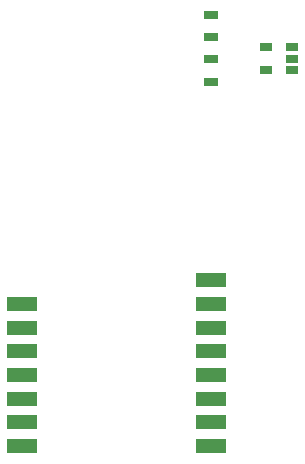
<source format=gtp>
G04 #@! TF.FileFunction,Paste,Top*
%FSLAX46Y46*%
G04 Gerber Fmt 4.6, Leading zero omitted, Abs format (unit mm)*
G04 Created by KiCad (PCBNEW 4.0.7) date Wed Oct 25 19:06:34 2017*
%MOMM*%
%LPD*%
G01*
G04 APERTURE LIST*
%ADD10C,0.100000*%
%ADD11R,2.500000X1.200000*%
%ADD12R,1.060000X0.650000*%
%ADD13R,1.300000X0.700000*%
G04 APERTURE END LIST*
D10*
D11*
X63940000Y-46630000D03*
X63940000Y-48630000D03*
X63940000Y-50630000D03*
X63940000Y-52630000D03*
X63940000Y-54630000D03*
X63940000Y-56630000D03*
X63940000Y-58630000D03*
X79940000Y-58630000D03*
X79940000Y-56630000D03*
X79940000Y-54630000D03*
X79940000Y-52630000D03*
X79940000Y-50630000D03*
X79940000Y-48630000D03*
X79940000Y-46630000D03*
X79940000Y-44630000D03*
D12*
X86800000Y-26800000D03*
X86800000Y-25850000D03*
X86800000Y-24900000D03*
X84600000Y-24900000D03*
X84600000Y-26800000D03*
D13*
X79950000Y-27800000D03*
X79950000Y-25900000D03*
X79950000Y-24050000D03*
X79950000Y-22150000D03*
M02*

</source>
